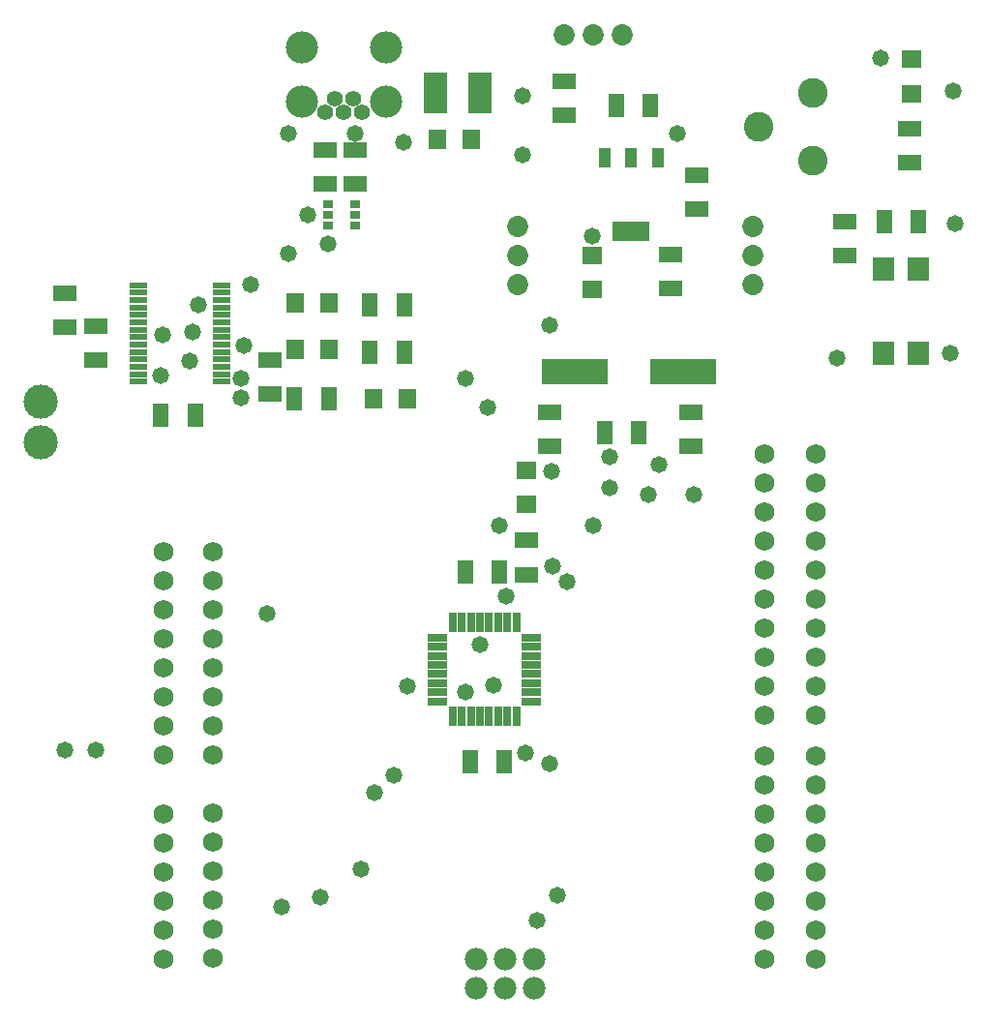
<source format=gts>
G04*
G04 #@! TF.GenerationSoftware,Altium Limited,Altium Designer,19.1.7 (138)*
G04*
G04 Layer_Color=8388736*
%FSLAX25Y25*%
%MOIN*%
G70*
G01*
G75*
%ADD17C,0.00000*%
%ADD18R,0.07900X0.05200*%
%ADD19R,0.07100X0.06300*%
%ADD20R,0.06300X0.02170*%
%ADD21R,0.05200X0.07900*%
%ADD22R,0.06600X0.02800*%
%ADD23R,0.02800X0.06600*%
%ADD24R,0.06300X0.07100*%
%ADD25R,0.13000X0.07100*%
%ADD26R,0.04100X0.07100*%
%ADD27R,0.22847X0.09068*%
%ADD28R,0.07493X0.08280*%
%ADD29R,0.03556X0.02800*%
%ADD30R,0.08280X0.14186*%
%ADD31C,0.06800*%
%ADD32C,0.07296*%
%ADD33C,0.07800*%
%ADD34C,0.11800*%
%ADD35C,0.10249*%
%ADD36C,0.11099*%
%ADD37O,0.11099X0.11099*%
%ADD38C,0.05556*%
%ADD39C,0.05800*%
D17*
X102291Y329760D02*
Y337240D01*
X105441D01*
Y329760D02*
Y337240D01*
X102291Y329760D02*
X105441D01*
X131425Y311059D02*
Y318539D01*
X134575D01*
Y311059D02*
Y318539D01*
X131425Y311059D02*
X134575D01*
X131425Y329760D02*
Y337240D01*
X134575D01*
Y329760D02*
Y337240D01*
X131425Y329760D02*
X134575D01*
X102291Y311059D02*
Y318539D01*
X105441D01*
Y311059D02*
Y318539D01*
X102291Y311059D02*
X105441D01*
D18*
X22500Y237200D02*
D03*
Y249000D02*
D03*
X181500Y163800D02*
D03*
Y152000D02*
D03*
X33000Y225700D02*
D03*
Y237500D02*
D03*
X240000Y289500D02*
D03*
Y277700D02*
D03*
X291000Y261700D02*
D03*
Y273500D02*
D03*
X189500Y196200D02*
D03*
Y208000D02*
D03*
X238000Y196200D02*
D03*
Y208000D02*
D03*
X93000Y214200D02*
D03*
Y226000D02*
D03*
X231000Y250500D02*
D03*
Y262300D02*
D03*
X194500Y322000D02*
D03*
Y310200D02*
D03*
X112000Y286500D02*
D03*
Y298300D02*
D03*
X122500D02*
D03*
Y286500D02*
D03*
X313500Y293700D02*
D03*
Y305500D02*
D03*
D19*
X181500Y187900D02*
D03*
Y176100D02*
D03*
X204000Y261900D02*
D03*
Y250100D02*
D03*
X314000Y329400D02*
D03*
Y317600D02*
D03*
D20*
X47606Y218366D02*
D03*
Y220925D02*
D03*
Y223484D02*
D03*
Y226043D02*
D03*
Y228602D02*
D03*
Y231161D02*
D03*
Y233720D02*
D03*
Y236280D02*
D03*
Y238839D02*
D03*
Y241398D02*
D03*
Y243957D02*
D03*
Y246516D02*
D03*
Y249075D02*
D03*
Y251634D02*
D03*
X76394Y218366D02*
D03*
Y220925D02*
D03*
Y223484D02*
D03*
Y226043D02*
D03*
Y228602D02*
D03*
Y233720D02*
D03*
Y231161D02*
D03*
Y236280D02*
D03*
Y238839D02*
D03*
Y241398D02*
D03*
Y243957D02*
D03*
Y246516D02*
D03*
Y249075D02*
D03*
Y251634D02*
D03*
D21*
X127500Y228500D02*
D03*
X139300D02*
D03*
X113300Y212500D02*
D03*
X101500D02*
D03*
X139300Y245000D02*
D03*
X127500D02*
D03*
X304700Y273500D02*
D03*
X316500D02*
D03*
X162000Y87500D02*
D03*
X173800D02*
D03*
X160200Y153000D02*
D03*
X172000D02*
D03*
X220000Y201000D02*
D03*
X208200D02*
D03*
X67300Y207000D02*
D03*
X55500D02*
D03*
X212200Y313500D02*
D03*
X224000D02*
D03*
D22*
X150700Y108300D02*
D03*
Y111400D02*
D03*
Y114600D02*
D03*
Y117700D02*
D03*
Y120900D02*
D03*
Y124000D02*
D03*
Y127200D02*
D03*
Y130300D02*
D03*
X183100D02*
D03*
Y127200D02*
D03*
Y124000D02*
D03*
Y120900D02*
D03*
Y117700D02*
D03*
Y114600D02*
D03*
Y111400D02*
D03*
Y108300D02*
D03*
D23*
X155900Y135500D02*
D03*
X159000D02*
D03*
X162200D02*
D03*
X165300D02*
D03*
X168500D02*
D03*
X171600D02*
D03*
X174800D02*
D03*
X177900D02*
D03*
Y103100D02*
D03*
X174800D02*
D03*
X171600D02*
D03*
X168500D02*
D03*
X165300D02*
D03*
X162200D02*
D03*
X159000D02*
D03*
X155900D02*
D03*
D24*
X113400Y229500D02*
D03*
X101600D02*
D03*
X101700Y245500D02*
D03*
X113500D02*
D03*
X140400Y212500D02*
D03*
X128600D02*
D03*
X150600Y302000D02*
D03*
X162400D02*
D03*
D25*
X217500Y270294D02*
D03*
D26*
X208400Y295494D02*
D03*
X217500D02*
D03*
X226600D02*
D03*
D27*
X235500Y222000D02*
D03*
X198098D02*
D03*
D28*
X316323Y257326D02*
D03*
X304323D02*
D03*
X316323Y228326D02*
D03*
X304323D02*
D03*
D29*
X113148Y279516D02*
D03*
Y275776D02*
D03*
Y272035D02*
D03*
X122301D02*
D03*
Y275776D02*
D03*
Y279516D02*
D03*
D30*
X165354Y318000D02*
D03*
X150000D02*
D03*
D31*
X281000Y193500D02*
D03*
Y183500D02*
D03*
Y173500D02*
D03*
Y163500D02*
D03*
Y153500D02*
D03*
Y143500D02*
D03*
Y133500D02*
D03*
Y123500D02*
D03*
Y113500D02*
D03*
Y103500D02*
D03*
X263500D02*
D03*
Y113500D02*
D03*
Y123500D02*
D03*
Y133500D02*
D03*
Y143500D02*
D03*
Y153500D02*
D03*
Y163500D02*
D03*
Y173500D02*
D03*
Y183500D02*
D03*
Y193500D02*
D03*
X56500Y69500D02*
D03*
Y59500D02*
D03*
Y49500D02*
D03*
Y39500D02*
D03*
Y29500D02*
D03*
Y19500D02*
D03*
Y160000D02*
D03*
Y150000D02*
D03*
Y140000D02*
D03*
Y130000D02*
D03*
Y120000D02*
D03*
Y110000D02*
D03*
Y100000D02*
D03*
Y90000D02*
D03*
X73500D02*
D03*
Y100000D02*
D03*
Y110000D02*
D03*
Y120000D02*
D03*
Y130000D02*
D03*
Y140000D02*
D03*
Y150000D02*
D03*
Y160000D02*
D03*
X263500Y89500D02*
D03*
Y79500D02*
D03*
Y69500D02*
D03*
Y59500D02*
D03*
Y49500D02*
D03*
Y39500D02*
D03*
Y29500D02*
D03*
Y19500D02*
D03*
X73500Y70000D02*
D03*
Y60000D02*
D03*
Y50000D02*
D03*
Y40000D02*
D03*
Y30000D02*
D03*
Y20000D02*
D03*
X281000Y89500D02*
D03*
Y79500D02*
D03*
Y69500D02*
D03*
Y59500D02*
D03*
Y49500D02*
D03*
Y39500D02*
D03*
Y29500D02*
D03*
Y19500D02*
D03*
D32*
X178500Y272000D02*
D03*
Y262000D02*
D03*
Y252000D02*
D03*
X259500D02*
D03*
Y262000D02*
D03*
Y272000D02*
D03*
X214500Y338000D02*
D03*
X204500D02*
D03*
X194500D02*
D03*
D33*
X184000Y19500D02*
D03*
Y9500D02*
D03*
X174000Y19500D02*
D03*
Y9500D02*
D03*
X164000Y19500D02*
D03*
Y9500D02*
D03*
D34*
X14000Y197500D02*
D03*
Y211500D02*
D03*
D35*
X261496Y306221D02*
D03*
X280000Y318000D02*
D03*
Y294500D02*
D03*
D36*
X103866Y333500D02*
D03*
D37*
Y314799D02*
D03*
X133000D02*
D03*
Y333500D02*
D03*
D38*
X115284Y315980D02*
D03*
X121583D02*
D03*
X112134Y311256D02*
D03*
X118433D02*
D03*
X124732D02*
D03*
D39*
X328500Y318500D02*
D03*
X329000Y273000D02*
D03*
X327326Y228326D02*
D03*
X210000Y182000D02*
D03*
Y192500D02*
D03*
X227000Y190000D02*
D03*
X190000Y187500D02*
D03*
X223500Y179500D02*
D03*
X239000D02*
D03*
X168000Y209500D02*
D03*
X92000Y138500D02*
D03*
X288500Y226500D02*
D03*
X181000Y90500D02*
D03*
X190500Y155000D02*
D03*
X195500Y149500D02*
D03*
X189500Y87000D02*
D03*
X204500Y169000D02*
D03*
X172000D02*
D03*
X124500Y50500D02*
D03*
X97000Y37500D02*
D03*
X110500Y41000D02*
D03*
X135750Y82750D02*
D03*
X129000Y77000D02*
D03*
X22500Y91500D02*
D03*
X33000D02*
D03*
X185000Y33000D02*
D03*
X192000Y41500D02*
D03*
X140500Y113500D02*
D03*
X174500Y144500D02*
D03*
X160500Y219500D02*
D03*
X170000Y114000D02*
D03*
X165500Y128000D02*
D03*
X160500Y111500D02*
D03*
X66500Y235500D02*
D03*
X55500Y220500D02*
D03*
X84000Y231000D02*
D03*
X83000Y219500D02*
D03*
X82950Y213000D02*
D03*
X65500Y225500D02*
D03*
X99500Y262500D02*
D03*
X189500Y238000D02*
D03*
X113000Y266000D02*
D03*
X86500Y252000D02*
D03*
X56000Y234500D02*
D03*
X68500Y245000D02*
D03*
X139000Y301000D02*
D03*
X180000Y317000D02*
D03*
Y296500D02*
D03*
X106000Y276000D02*
D03*
X204000Y268500D02*
D03*
X303500Y330000D02*
D03*
X233500Y304000D02*
D03*
X99500D02*
D03*
X122500D02*
D03*
M02*

</source>
